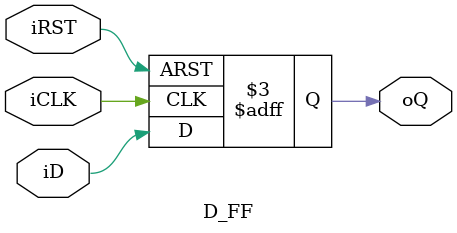
<source format=v>
module D_FF(iRST,
            iCLK,
            iD,
            oQ);
    
    input iRST, iCLK, iD;
    output oQ;
    reg oQ;
    
    always@ (posedge iCLK or negedge iRST)
        if (~iRST)
            oQ <= 1'b0;
        else
            oQ <= iD;
    
endmodule


</source>
